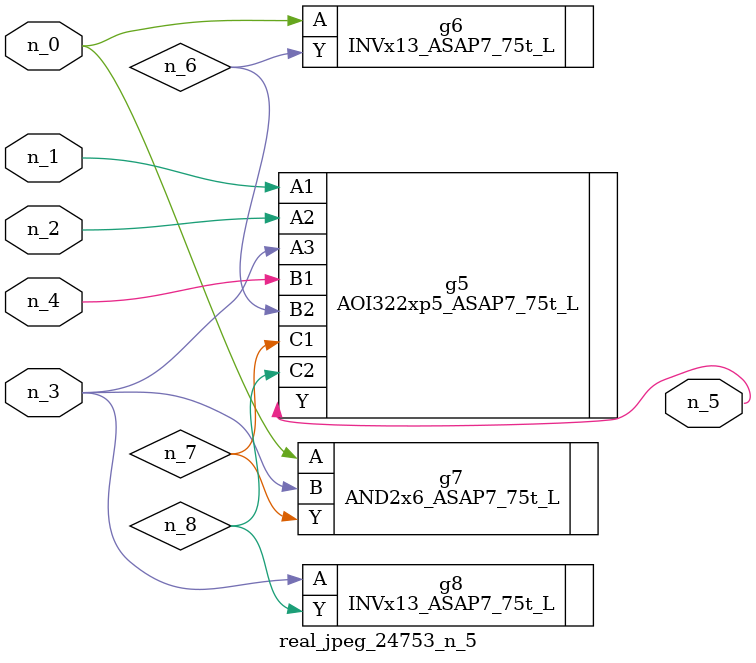
<source format=v>
module real_jpeg_24753_n_5 (n_4, n_0, n_1, n_2, n_3, n_5);

input n_4;
input n_0;
input n_1;
input n_2;
input n_3;

output n_5;

wire n_8;
wire n_6;
wire n_7;

INVx13_ASAP7_75t_L g6 ( 
.A(n_0),
.Y(n_6)
);

AND2x6_ASAP7_75t_L g7 ( 
.A(n_0),
.B(n_3),
.Y(n_7)
);

AOI322xp5_ASAP7_75t_L g5 ( 
.A1(n_1),
.A2(n_2),
.A3(n_3),
.B1(n_4),
.B2(n_6),
.C1(n_7),
.C2(n_8),
.Y(n_5)
);

INVx13_ASAP7_75t_L g8 ( 
.A(n_3),
.Y(n_8)
);


endmodule
</source>
